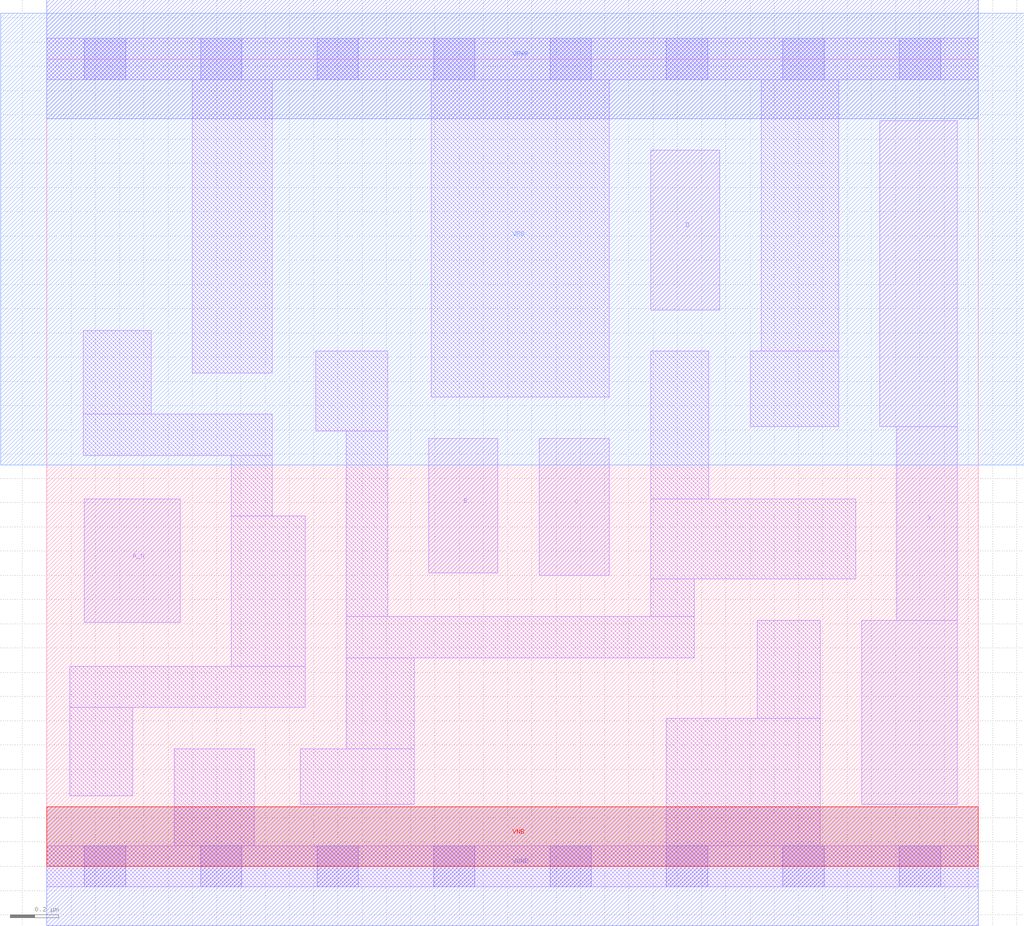
<source format=lef>
# Copyright 2020 The SkyWater PDK Authors
#
# Licensed under the Apache License, Version 2.0 (the "License");
# you may not use this file except in compliance with the License.
# You may obtain a copy of the License at
#
#     https://www.apache.org/licenses/LICENSE-2.0
#
# Unless required by applicable law or agreed to in writing, software
# distributed under the License is distributed on an "AS IS" BASIS,
# WITHOUT WARRANTIES OR CONDITIONS OF ANY KIND, either express or implied.
# See the License for the specific language governing permissions and
# limitations under the License.
#
# SPDX-License-Identifier: Apache-2.0

VERSION 5.7 ;
  NOWIREEXTENSIONATPIN ON ;
  DIVIDERCHAR "/" ;
  BUSBITCHARS "[]" ;
MACRO sky130_fd_sc_lp__and4b_1
  CLASS CORE ;
  FOREIGN sky130_fd_sc_lp__and4b_1 ;
  ORIGIN  0.000000  0.000000 ;
  SIZE  3.840000 BY  3.330000 ;
  SYMMETRY X Y R90 ;
  SITE unit ;
  PIN A_N
    ANTENNAGATEAREA  0.126000 ;
    DIRECTION INPUT ;
    USE SIGNAL ;
    PORT
      LAYER li1 ;
        RECT 0.155000 1.005000 0.550000 1.515000 ;
    END
  END A_N
  PIN B
    ANTENNAGATEAREA  0.126000 ;
    DIRECTION INPUT ;
    USE SIGNAL ;
    PORT
      LAYER li1 ;
        RECT 1.575000 1.210000 1.860000 1.765000 ;
    END
  END B
  PIN C
    ANTENNAGATEAREA  0.126000 ;
    DIRECTION INPUT ;
    USE SIGNAL ;
    PORT
      LAYER li1 ;
        RECT 2.030000 1.200000 2.320000 1.765000 ;
    END
  END C
  PIN D
    ANTENNAGATEAREA  0.126000 ;
    DIRECTION INPUT ;
    USE SIGNAL ;
    PORT
      LAYER li1 ;
        RECT 2.490000 2.295000 2.775000 2.955000 ;
    END
  END D
  PIN X
    ANTENNADIFFAREA  0.556500 ;
    DIRECTION OUTPUT ;
    USE SIGNAL ;
    PORT
      LAYER li1 ;
        RECT 3.360000 0.255000 3.755000 1.015000 ;
        RECT 3.435000 1.815000 3.755000 3.075000 ;
        RECT 3.505000 1.015000 3.755000 1.815000 ;
    END
  END X
  PIN VGND
    DIRECTION INOUT ;
    USE GROUND ;
    PORT
      LAYER met1 ;
        RECT 0.000000 -0.245000 3.840000 0.245000 ;
    END
  END VGND
  PIN VNB
    DIRECTION INOUT ;
    USE GROUND ;
    PORT
      LAYER pwell ;
        RECT 0.000000 0.000000 3.840000 0.245000 ;
    END
  END VNB
  PIN VPB
    DIRECTION INOUT ;
    USE POWER ;
    PORT
      LAYER nwell ;
        RECT -0.190000 1.655000 4.030000 3.520000 ;
    END
  END VPB
  PIN VPWR
    DIRECTION INOUT ;
    USE POWER ;
    PORT
      LAYER met1 ;
        RECT 0.000000 3.085000 3.840000 3.575000 ;
    END
  END VPWR
  OBS
    LAYER li1 ;
      RECT 0.000000 -0.085000 3.840000 0.085000 ;
      RECT 0.000000  3.245000 3.840000 3.415000 ;
      RECT 0.095000  0.290000 0.355000 0.655000 ;
      RECT 0.095000  0.655000 1.065000 0.825000 ;
      RECT 0.150000  1.695000 0.930000 1.865000 ;
      RECT 0.150000  1.865000 0.430000 2.210000 ;
      RECT 0.525000  0.085000 0.855000 0.485000 ;
      RECT 0.600000  2.035000 0.930000 3.245000 ;
      RECT 0.760000  0.825000 1.065000 1.445000 ;
      RECT 0.760000  1.445000 0.930000 1.695000 ;
      RECT 1.045000  0.255000 1.515000 0.485000 ;
      RECT 1.110000  1.795000 1.405000 2.125000 ;
      RECT 1.235000  0.485000 1.515000 0.860000 ;
      RECT 1.235000  0.860000 2.670000 1.030000 ;
      RECT 1.235000  1.030000 1.405000 1.795000 ;
      RECT 1.585000  1.935000 2.320000 3.245000 ;
      RECT 2.490000  1.030000 2.670000 1.185000 ;
      RECT 2.490000  1.185000 3.335000 1.515000 ;
      RECT 2.490000  1.515000 2.730000 2.125000 ;
      RECT 2.555000  0.085000 3.190000 0.610000 ;
      RECT 2.900000  1.815000 3.265000 2.125000 ;
      RECT 2.930000  0.610000 3.190000 1.015000 ;
      RECT 2.945000  2.125000 3.265000 3.245000 ;
    LAYER mcon ;
      RECT 0.155000 -0.085000 0.325000 0.085000 ;
      RECT 0.155000  3.245000 0.325000 3.415000 ;
      RECT 0.635000 -0.085000 0.805000 0.085000 ;
      RECT 0.635000  3.245000 0.805000 3.415000 ;
      RECT 1.115000 -0.085000 1.285000 0.085000 ;
      RECT 1.115000  3.245000 1.285000 3.415000 ;
      RECT 1.595000 -0.085000 1.765000 0.085000 ;
      RECT 1.595000  3.245000 1.765000 3.415000 ;
      RECT 2.075000 -0.085000 2.245000 0.085000 ;
      RECT 2.075000  3.245000 2.245000 3.415000 ;
      RECT 2.555000 -0.085000 2.725000 0.085000 ;
      RECT 2.555000  3.245000 2.725000 3.415000 ;
      RECT 3.035000 -0.085000 3.205000 0.085000 ;
      RECT 3.035000  3.245000 3.205000 3.415000 ;
      RECT 3.515000 -0.085000 3.685000 0.085000 ;
      RECT 3.515000  3.245000 3.685000 3.415000 ;
  END
END sky130_fd_sc_lp__and4b_1
END LIBRARY

</source>
